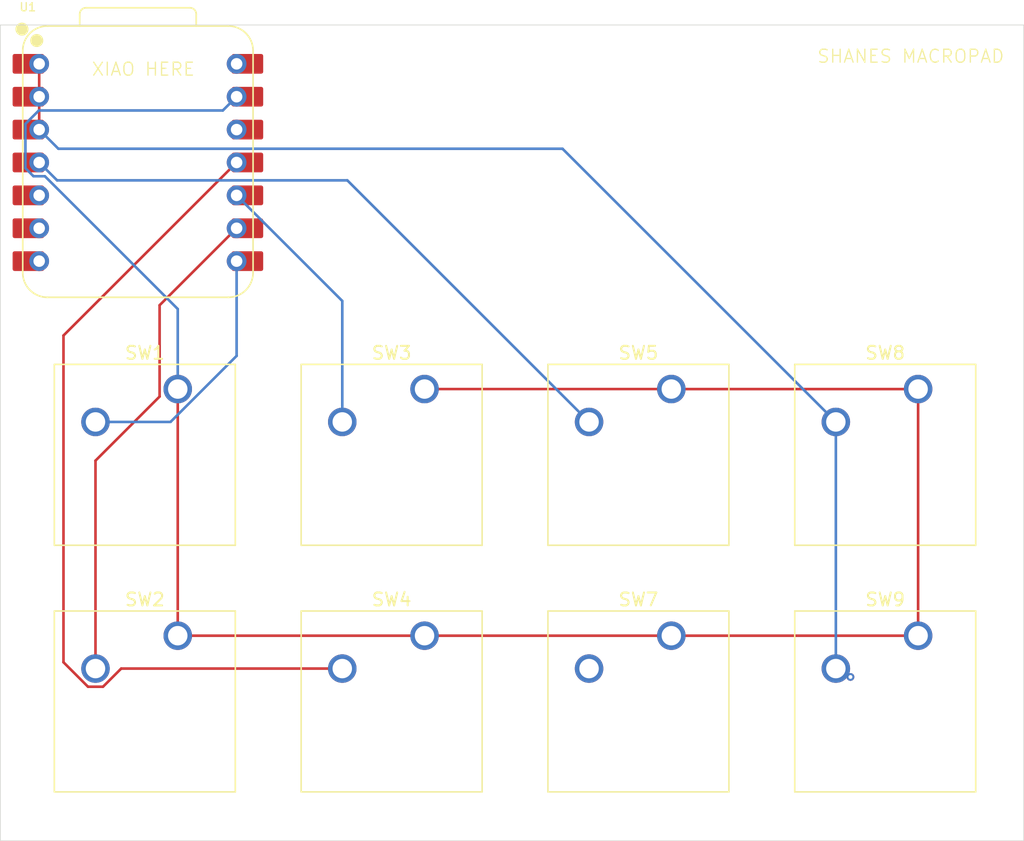
<source format=kicad_pcb>
(kicad_pcb (version 20241229) (generator "pcbnew") (generator_version "9.0")
  (layers (0 "F.Cu" signal) (2 "B.Cu" signal) (13 "F.Paste" user) (15 "B.Paste" user) (5 "F.SilkS" user "F.Silkscreen") (7 "B.SilkS" user "B.Silkscreen") (1 "F.Mask" user) (3 "B.Mask" user) (25 "Edge.Cuts" user))
  (net 0 "")
  (net 1 "GND")
  (net 2 "Net-(U1-GPIO1{slash}RX)")
  (net 3 "Net-(U1-GPIO2{slash}SCK)")
  (net 4 "Net-(U1-GPIO4{slash}MISO)")
  (net 5 "Net-(U1-GPIO3{slash}MOSI)")
  (net 6 "Net-(U1-GPIO29{slash}ADC3{slash}A3)")
  (net 8 "Net-(U1-GPIO26{slash}ADC0{slash}A0)")
  (net 10 "+5V")
  (footprint "Button_Switch_Keyboard:SW_Cherry_MX_1.00u_PCB" (layer "F.Cu") (at 166.84625 90.17)
    (property "Reference" "SW9" (at -2.54 -2.794 0) (layer "F.SilkS"))
    (property "Value" "SW_Push")
    (fp_line (start -9.525 -1.905) (end 4.445 -1.905) (stroke (width 0.12)) (layer "F.SilkS"))
    (fp_line (start -9.525 12.065) (end -9.525 -1.905) (stroke (width 0.12)) (layer "F.SilkS"))
    (fp_line (start 4.445 -1.905) (end 4.445 12.065) (stroke (width 0.12)) (layer "F.SilkS"))
    (fp_line (start 4.445 12.065) (end -9.525 12.065) (stroke (width 0.12)) (layer "F.SilkS"))
    (pad "" np_thru_hole circle (at -7.62 5.08) (size 1.7 1.7) (drill 1.7) (layers "*.Cu" "*.Mask"))
    (pad "" np_thru_hole circle (at -2.54 5.08) (size 4 4) (drill 4) (layers "*.Cu" "*.Mask"))
    (pad "" np_thru_hole circle (at 2.54 5.08) (size 1.7 1.7) (drill 1.7) (layers "*.Cu" "*.Mask"))
    (pad "1" thru_hole circle (at 0 0) (size 2.2 2.2) (drill 1.5) (layers "*.Cu" "*.Mask") (net 1 "GND"))
    (pad "2" thru_hole circle (at -6.35 2.54) (size 2.2 2.2) (drill 1.5) (layers "*.Cu" "*.Mask") (net 8 "Net-(U1-GPIO26{slash}ADC0{slash}A0)"))
  )
  (footprint "Button_Switch_Keyboard:SW_Cherry_MX_1.00u_PCB" (layer "F.Cu") (at 166.84625 71.12)
    (property "Reference" "SW8" (at -2.54 -2.794 0) (layer "F.SilkS"))
    (property "Value" "SW_Push")
    (fp_line (start -9.525 -1.905) (end 4.445 -1.905) (stroke (width 0.12)) (layer "F.SilkS"))
    (fp_line (start -9.525 12.065) (end -9.525 -1.905) (stroke (width 0.12)) (layer "F.SilkS"))
    (fp_line (start 4.445 -1.905) (end 4.445 12.065) (stroke (width 0.12)) (layer "F.SilkS"))
    (fp_line (start 4.445 12.065) (end -9.525 12.065) (stroke (width 0.12)) (layer "F.SilkS"))
    (pad "" np_thru_hole circle (at -7.62 5.08) (size 1.7 1.7) (drill 1.7) (layers "*.Cu" "*.Mask"))
    (pad "" np_thru_hole circle (at -2.54 5.08) (size 4 4) (drill 4) (layers "*.Cu" "*.Mask"))
    (pad "" np_thru_hole circle (at 2.54 5.08) (size 1.7 1.7) (drill 1.7) (layers "*.Cu" "*.Mask"))
    (pad "1" thru_hole circle (at 0 0) (size 2.2 2.2) (drill 1.5) (layers "*.Cu" "*.Mask") (net 1 "GND"))
    (pad "2" thru_hole circle (at -6.35 2.54) (size 2.2 2.2) (drill 1.5) (layers "*.Cu" "*.Mask") (net 8 "Net-(U1-GPIO26{slash}ADC0{slash}A0)"))
  )
  (footprint "Button_Switch_Keyboard:SW_Cherry_MX_1.00u_PCB" (layer "F.Cu") (at 109.69625 71.12)
    (property "Reference" "SW1" (at -2.54 -2.794 0) (layer "F.SilkS"))
    (property "Value" "SW_Push")
    (fp_line (start -9.525 -1.905) (end 4.445 -1.905) (stroke (width 0.12)) (layer "F.SilkS"))
    (fp_line (start -9.525 12.065) (end -9.525 -1.905) (stroke (width 0.12)) (layer "F.SilkS"))
    (fp_line (start 4.445 -1.905) (end 4.445 12.065) (stroke (width 0.12)) (layer "F.SilkS"))
    (fp_line (start 4.445 12.065) (end -9.525 12.065) (stroke (width 0.12)) (layer "F.SilkS"))
    (pad "" np_thru_hole circle (at -7.62 5.08) (size 1.7 1.7) (drill 1.7) (layers "*.Cu" "*.Mask"))
    (pad "" np_thru_hole circle (at -2.54 5.08) (size 4 4) (drill 4) (layers "*.Cu" "*.Mask"))
    (pad "" np_thru_hole circle (at 2.54 5.08) (size 1.7 1.7) (drill 1.7) (layers "*.Cu" "*.Mask"))
    (pad "1" thru_hole circle (at 0 0) (size 2.2 2.2) (drill 1.5) (layers "*.Cu" "*.Mask") (net 1 "GND"))
    (pad "2" thru_hole circle (at -6.35 2.54) (size 2.2 2.2) (drill 1.5) (layers "*.Cu" "*.Mask") (net 2 "Net-(U1-GPIO1{slash}RX)"))
  )
  (footprint "Button_Switch_Keyboard:SW_Cherry_MX_1.00u_PCB" (layer "F.Cu") (at 128.74625 71.12)
    (property "Reference" "SW3" (at -2.54 -2.794 0) (layer "F.SilkS"))
    (property "Value" "SW_Push")
    (fp_line (start -9.525 -1.905) (end 4.445 -1.905) (stroke (width 0.12)) (layer "F.SilkS"))
    (fp_line (start -9.525 12.065) (end -9.525 -1.905) (stroke (width 0.12)) (layer "F.SilkS"))
    (fp_line (start 4.445 -1.905) (end 4.445 12.065) (stroke (width 0.12)) (layer "F.SilkS"))
    (fp_line (start 4.445 12.065) (end -9.525 12.065) (stroke (width 0.12)) (layer "F.SilkS"))
    (pad "" np_thru_hole circle (at -7.62 5.08) (size 1.7 1.7) (drill 1.7) (layers "*.Cu" "*.Mask"))
    (pad "" np_thru_hole circle (at -2.54 5.08) (size 4 4) (drill 4) (layers "*.Cu" "*.Mask"))
    (pad "" np_thru_hole circle (at 2.54 5.08) (size 1.7 1.7) (drill 1.7) (layers "*.Cu" "*.Mask"))
    (pad "1" thru_hole circle (at 0 0) (size 2.2 2.2) (drill 1.5) (layers "*.Cu" "*.Mask") (net 1 "GND"))
    (pad "2" thru_hole circle (at -6.35 2.54) (size 2.2 2.2) (drill 1.5) (layers "*.Cu" "*.Mask") (net 4 "Net-(U1-GPIO4{slash}MISO)"))
  )
  (footprint "Button_Switch_Keyboard:SW_Cherry_MX_1.00u_PCB" (layer "F.Cu") (at 147.79625 71.12)
    (property "Reference" "SW5" (at -2.54 -2.794 0) (layer "F.SilkS"))
    (property "Value" "SW_Push")
    (fp_line (start -9.525 -1.905) (end 4.445 -1.905) (stroke (width 0.12)) (layer "F.SilkS"))
    (fp_line (start -9.525 12.065) (end -9.525 -1.905) (stroke (width 0.12)) (layer "F.SilkS"))
    (fp_line (start 4.445 -1.905) (end 4.445 12.065) (stroke (width 0.12)) (layer "F.SilkS"))
    (fp_line (start 4.445 12.065) (end -9.525 12.065) (stroke (width 0.12)) (layer "F.SilkS"))
    (pad "" np_thru_hole circle (at -7.62 5.08) (size 1.7 1.7) (drill 1.7) (layers "*.Cu" "*.Mask"))
    (pad "" np_thru_hole circle (at -2.54 5.08) (size 4 4) (drill 4) (layers "*.Cu" "*.Mask"))
    (pad "" np_thru_hole circle (at 2.54 5.08) (size 1.7 1.7) (drill 1.7) (layers "*.Cu" "*.Mask"))
    (pad "1" thru_hole circle (at 0 0) (size 2.2 2.2) (drill 1.5) (layers "*.Cu" "*.Mask") (net 1 "GND"))
    (pad "2" thru_hole circle (at -6.35 2.54) (size 2.2 2.2) (drill 1.5) (layers "*.Cu" "*.Mask") (net 6 "Net-(U1-GPIO29{slash}ADC3{slash}A3)"))
  )
  (footprint "Button_Switch_Keyboard:SW_Cherry_MX_1.00u_PCB" (layer "F.Cu") (at 109.69625 90.17)
    (property "Reference" "SW2" (at -2.54 -2.794 0) (layer "F.SilkS"))
    (property "Value" "SW_Push")
    (fp_line (start -9.525 -1.905) (end 4.445 -1.905) (stroke (width 0.12)) (layer "F.SilkS"))
    (fp_line (start -9.525 12.065) (end -9.525 -1.905) (stroke (width 0.12)) (layer "F.SilkS"))
    (fp_line (start 4.445 -1.905) (end 4.445 12.065) (stroke (width 0.12)) (layer "F.SilkS"))
    (fp_line (start 4.445 12.065) (end -9.525 12.065) (stroke (width 0.12)) (layer "F.SilkS"))
    (pad "" np_thru_hole circle (at -7.62 5.08) (size 1.7 1.7) (drill 1.7) (layers "*.Cu" "*.Mask"))
    (pad "" np_thru_hole circle (at -2.54 5.08) (size 4 4) (drill 4) (layers "*.Cu" "*.Mask"))
    (pad "" np_thru_hole circle (at 2.54 5.08) (size 1.7 1.7) (drill 1.7) (layers "*.Cu" "*.Mask"))
    (pad "1" thru_hole circle (at 0 0) (size 2.2 2.2) (drill 1.5) (layers "*.Cu" "*.Mask") (net 1 "GND"))
    (pad "2" thru_hole circle (at -6.35 2.54) (size 2.2 2.2) (drill 1.5) (layers "*.Cu" "*.Mask") (net 3 "Net-(U1-GPIO2{slash}SCK)"))
  )
  (footprint "Button_Switch_Keyboard:SW_Cherry_MX_1.00u_PCB" (layer "F.Cu") (at 128.74625 90.17)
    (property "Reference" "SW4" (at -2.54 -2.794 0) (layer "F.SilkS"))
    (property "Value" "SW_Push")
    (fp_line (start -9.525 -1.905) (end 4.445 -1.905) (stroke (width 0.12)) (layer "F.SilkS"))
    (fp_line (start -9.525 12.065) (end -9.525 -1.905) (stroke (width 0.12)) (layer "F.SilkS"))
    (fp_line (start 4.445 -1.905) (end 4.445 12.065) (stroke (width 0.12)) (layer "F.SilkS"))
    (fp_line (start 4.445 12.065) (end -9.525 12.065) (stroke (width 0.12)) (layer "F.SilkS"))
    (pad "" np_thru_hole circle (at -7.62 5.08) (size 1.7 1.7) (drill 1.7) (layers "*.Cu" "*.Mask"))
    (pad "" np_thru_hole circle (at -2.54 5.08) (size 4 4) (drill 4) (layers "*.Cu" "*.Mask"))
    (pad "" np_thru_hole circle (at 2.54 5.08) (size 1.7 1.7) (drill 1.7) (layers "*.Cu" "*.Mask"))
    (pad "1" thru_hole circle (at 0 0) (size 2.2 2.2) (drill 1.5) (layers "*.Cu" "*.Mask") (net 1 "GND"))
    (pad "2" thru_hole circle (at -6.35 2.54) (size 2.2 2.2) (drill 1.5) (layers "*.Cu" "*.Mask") (net 5 "Net-(U1-GPIO3{slash}MOSI)"))
  )
  (footprint "Button_Switch_Keyboard:SW_Cherry_MX_1.00u_PCB" (layer "F.Cu") (at 147.79625 90.17)
    (property "Reference" "SW7" (at -2.54 -2.794 0) (layer "F.SilkS"))
    (property "Value" "SW_Push")
    (fp_line (start -9.525 -1.905) (end 4.445 -1.905) (stroke (width 0.12)) (layer "F.SilkS"))
    (fp_line (start -9.525 12.065) (end -9.525 -1.905) (stroke (width 0.12)) (layer "F.SilkS"))
    (fp_line (start 4.445 -1.905) (end 4.445 12.065) (stroke (width 0.12)) (layer "F.SilkS"))
    (fp_line (start 4.445 12.065) (end -9.525 12.065) (stroke (width 0.12)) (layer "F.SilkS"))
    (pad "" np_thru_hole circle (at -7.62 5.08) (size 1.7 1.7) (drill 1.7) (layers "*.Cu" "*.Mask"))
    (pad "" np_thru_hole circle (at -2.54 5.08) (size 4 4) (drill 4) (layers "*.Cu" "*.Mask"))
    (pad "" np_thru_hole circle (at 2.54 5.08) (size 1.7 1.7) (drill 1.7) (layers "*.Cu" "*.Mask"))
    (pad "1" thru_hole circle (at 0 0) (size 2.2 2.2) (drill 1.5) (layers "*.Cu" "*.Mask") (net 1 "GND"))
    (pad "2" thru_hole circle (at -6.35 2.54) (size 2.2 2.2) (drill 1.5) (layers "*.Cu" "*.Mask"))
  )
  (footprint "Macro Library 2:XIAO-RP2040-DIP" (layer "F.Cu") (at 106.62 53.62)
    (property "Reference" "U1" (at -8.5 -12 0) (layer "F.SilkS") (effects (font (size 0.635 0.635) (thickness 0.1016))))
    (property "Value" "XIAO-RP2040-DIP")
    (fp_line (start -8.89 8.509) (end -8.89 -8.636) (stroke (width 0.127)) (layer "F.SilkS"))
    (fp_line (start -6.985 10.414) (end 6.985 10.414) (stroke (width 0.127)) (layer "F.SilkS"))
    (fp_line (start -4.495 -10.541) (end -4.491272 -11.451272) (stroke (width 0.127)) (layer "F.SilkS"))
    (fp_line (start -3.991272 -11.951) (end 4.004 -11.951) (stroke (width 0.127)) (layer "F.SilkS"))
    (fp_line (start 4.504 -11.451) (end 4.504 -10.541) (stroke (width 0.127)) (layer "F.SilkS"))
    (fp_line (start 6.985 -10.541) (end -6.985 -10.541) (stroke (width 0.1)) (layer "F.SilkS"))
    (fp_line (start 6.985 -10.541) (end -6.985 -10.541) (stroke (width 0.127)) (layer "F.SilkS"))
    (fp_line (start 8.89 8.509) (end 8.89 -8.636) (stroke (width 0.127)) (layer "F.SilkS"))
    (fp_arc (start -8.89 -8.636) (mid -8.332038 -9.983038) (end -6.985 -10.541) (stroke (width 0.127)) (layer "F.SilkS"))
    (fp_arc (start -6.985 10.414) (mid -8.332038 9.856038) (end -8.89 8.509) (stroke (width 0.127)) (layer "F.SilkS"))
    (fp_arc (start -4.491272 -11.451272) (mid -4.344728 -11.80464) (end -3.991272 -11.951) (stroke (width 0.127)) (layer "F.SilkS"))
    (fp_arc (start 4.004 -11.951) (mid 4.357553 -11.804553) (end 4.504 -11.451) (stroke (width 0.127)) (layer "F.SilkS"))
    (fp_arc (start 6.985 -10.541) (mid 8.332038 -9.983038) (end 8.89 -8.636) (stroke (width 0.127)) (layer "F.SilkS"))
    (fp_arc (start 8.89 8.509) (mid 8.332038 9.856038) (end 6.985 10.414) (stroke (width 0.127)) (layer "F.SilkS"))
    (fp_circle (center -8.95 -10.3) (end -8.95 -10.554) (stroke (width 0.5)) (fill yes) (layer "F.SilkS"))
    (fp_circle (center -7.807 -9.42) (end -7.807 -9.674) (stroke (width 0.5)) (fill yes) (layer "F.SilkS"))
    (pad "1" smd roundrect (at -8.455 -7.62 180) (size 2.432 1.524) (layers "F.Cu" "F.Mask") (roundrect_rratio 0.1) (net 8 "Net-(U1-GPIO26{slash}ADC0{slash}A0)"))
    (pad "1" thru_hole circle (at -7.62 -7.62 180) (size 1.524 1.524) (drill 0.889) (layers "*.Cu" "*.Mask") (net 8 "Net-(U1-GPIO26{slash}ADC0{slash}A0)"))
    (pad "2" smd roundrect (at -8.455 -5.08 180) (size 2.432 1.524) (layers "F.Cu" "F.Mask") (roundrect_rratio 0.1) (net 8 "Net-(U1-GPIO26{slash}ADC0{slash}A0)"))
    (pad "2" thru_hole circle (at -7.62 -5.08 180) (size 1.524 1.524) (drill 0.889) (layers "*.Cu" "*.Mask") (net 8 "Net-(U1-GPIO26{slash}ADC0{slash}A0)"))
    (pad "3" smd roundrect (at -8.455 -2.54 180) (size 2.432 1.524) (layers "F.Cu" "F.Mask") (roundrect_rratio 0.1) (net 8 "Net-(U1-GPIO26{slash}ADC0{slash}A0)"))
    (pad "3" thru_hole circle (at -7.62 -2.54 180) (size 1.524 1.524) (drill 0.889) (layers "*.Cu" "*.Mask") (net 8 "Net-(U1-GPIO26{slash}ADC0{slash}A0)"))
    (pad "4" smd roundrect (at -8.455 0 180) (size 2.432 1.524) (layers "F.Cu" "F.Mask") (roundrect_rratio 0.1) (net 6 "Net-(U1-GPIO29{slash}ADC3{slash}A3)"))
    (pad "4" thru_hole circle (at -7.62 0 180) (size 1.524 1.524) (drill 0.889) (layers "*.Cu" "*.Mask") (net 6 "Net-(U1-GPIO29{slash}ADC3{slash}A3)"))
    (pad "5" smd roundrect (at -8.455 2.54 180) (size 2.432 1.524) (layers "F.Cu" "F.Mask") (roundrect_rratio 0.1))
    (pad "5" thru_hole circle (at -7.62 2.54 180) (size 1.524 1.524) (drill 0.889) (layers "*.Cu" "*.Mask"))
    (pad "6" smd roundrect (at -8.455 5.08 180) (size 2.432 1.524) (layers "F.Cu" "F.Mask") (roundrect_rratio 0.1))
    (pad "6" thru_hole circle (at -7.62 5.08 180) (size 1.524 1.524) (drill 0.889) (layers "*.Cu" "*.Mask"))
    (pad "7" smd roundrect (at -8.455 7.62 180) (size 2.432 1.524) (layers "F.Cu" "F.Mask") (roundrect_rratio 0.1))
    (pad "7" thru_hole circle (at -7.62 7.62 180) (size 1.524 1.524) (drill 0.889) (layers "*.Cu" "*.Mask"))
    (pad "8" thru_hole circle (at 7.62 7.62) (size 1.524 1.524) (drill 0.889) (layers "*.Cu" "*.Mask") (net 2 "Net-(U1-GPIO1{slash}RX)"))
    (pad "8" smd roundrect (at 8.455 7.62) (size 2.432 1.524) (layers "F.Cu" "F.Mask") (roundrect_rratio 0.1) (net 2 "Net-(U1-GPIO1{slash}RX)"))
    (pad "9" thru_hole circle (at 7.62 5.08) (size 1.524 1.524) (drill 0.889) (layers "*.Cu" "*.Mask") (net 3 "Net-(U1-GPIO2{slash}SCK)"))
    (pad "9" smd roundrect (at 8.455 5.08) (size 2.432 1.524) (layers "F.Cu" "F.Mask") (roundrect_rratio 0.1) (net 3 "Net-(U1-GPIO2{slash}SCK)"))
    (pad "10" thru_hole circle (at 7.62 2.54) (size 1.524 1.524) (drill 0.889) (layers "*.Cu" "*.Mask") (net 4 "Net-(U1-GPIO4{slash}MISO)"))
    (pad "10" smd roundrect (at 8.455 2.54) (size 2.432 1.524) (layers "F.Cu" "F.Mask") (roundrect_rratio 0.1) (net 4 "Net-(U1-GPIO4{slash}MISO)"))
    (pad "11" thru_hole circle (at 7.62 0) (size 1.524 1.524) (drill 0.889) (layers "*.Cu" "*.Mask") (net 5 "Net-(U1-GPIO3{slash}MOSI)"))
    (pad "11" smd roundrect (at 8.455 0) (size 2.432 1.524) (layers "F.Cu" "F.Mask") (roundrect_rratio 0.1) (net 5 "Net-(U1-GPIO3{slash}MOSI)"))
    (pad "12" thru_hole circle (at 7.62 -2.54) (size 1.524 1.524) (drill 0.889) (layers "*.Cu" "*.Mask"))
    (pad "12" smd roundrect (at 8.455 -2.54) (size 2.432 1.524) (layers "F.Cu" "F.Mask") (roundrect_rratio 0.1))
    (pad "13" thru_hole circle (at 7.62 -5.08) (size 1.524 1.524) (drill 0.889) (layers "*.Cu" "*.Mask") (net 1 "GND"))
    (pad "13" smd roundrect (at 8.455 -5.08) (size 2.432 1.524) (layers "F.Cu" "F.Mask") (roundrect_rratio 0.1) (net 1 "GND"))
    (pad "14" thru_hole circle (at 7.62 -7.62) (size 1.524 1.524) (drill 0.889) (layers "*.Cu" "*.Mask") (net 10 "+5V"))
    (pad "14" smd roundrect (at 8.455 -7.62) (size 2.432 1.524) (layers "F.Cu" "F.Mask") (roundrect_rratio 0.1) (net 10 "+5V"))
  )
  (gr_rect (start 96 43) (end 175 106) (stroke (width 0.05)) (fill no) (layer "Edge.Cuts"))
  (gr_text "XIAO HERE\n" (at 103 47 0) (layer "F.SilkS") (effects (font (size 1 1) (thickness 0.1)) (justify left bottom)))
  (gr_text "SHANES MACROPAD\n" (at 159 46 0) (layer "F.SilkS") (effects (font (size 1 1) (thickness 0.1)) (justify left bottom)))
  (segment (start 109.69625 71.12) (end 109.69625 90.17) (width 0.2) (layer "F.Cu") (net 1))
  (segment (start 166.84625 71.12) (end 147.79625 71.12) (width 0.2) (layer "F.Cu") (net 1))
  (segment (start 166.84625 71.12) (end 128.74625 71.12) (width 0.2) (layer "F.Cu") (net 1))
  (segment (start 128.74625 90.17) (end 147.79625 90.17) (width 0.2) (layer "F.Cu") (net 1))
  (segment (start 166.84625 90.17) (end 166.84625 71.12) (width 0.2) (layer "F.Cu") (net 1))
  (segment (start 109.69625 90.17) (end 128.74625 90.17) (width 0.2) (layer "F.Cu") (net 1))
  (segment (start 147.79625 90.17) (end 166.84625 90.17) (width 0.2) (layer "F.Cu") (net 1))
  (segment (start 99.44031 54.683) (end 98.55969 54.683) (width 0.2) (layer "B.Cu") (net 1))
  (segment (start 98.97369 49.603) (end 113.177 49.603) (width 0.2) (layer "B.Cu") (net 1))
  (segment (start 98.55969 54.683) (end 97.937 54.06031) (width 0.2) (layer "B.Cu") (net 1))
  (segment (start 113.177 49.603) (end 114.24 48.54) (width 0.2) (layer "B.Cu") (net 1))
  (segment (start 109.69625 64.93894) (end 99.44031 54.683) (width 0.2) (layer "B.Cu") (net 1))
  (segment (start 109.69625 71.12) (end 109.69625 64.93894) (width 0.2) (layer "B.Cu") (net 1))
  (segment (start 97.937 54.06031) (end 97.937 50.63969) (width 0.2) (layer "B.Cu") (net 1))
  (segment (start 97.937 50.63969) (end 98.97369 49.603) (width 0.2) (layer "B.Cu") (net 1))
  (segment (start 109.137564 73.66) (end 114.24 68.557564) (width 0.2) (layer "B.Cu") (net 2))
  (segment (start 114.24 68.557564) (end 114.24 61.24) (width 0.2) (layer "B.Cu") (net 2))
  (segment (start 103.34625 73.66) (end 109.137564 73.66) (width 0.2) (layer "B.Cu") (net 2))
  (segment (start 103.34625 76.649314) (end 108.29525 71.700314) (width 0.2) (layer "F.Cu") (net 3))
  (segment (start 108.29525 64.64475) (end 114.24 58.7) (width 0.2) (layer "F.Cu") (net 3))
  (segment (start 103.34625 92.71) (end 103.34625 76.649314) (width 0.2) (layer "F.Cu") (net 3))
  (segment (start 108.29525 71.700314) (end 108.29525 64.64475) (width 0.2) (layer "F.Cu") (net 3))
  (segment (start 122.39625 64.31625) (end 114.24 56.16) (width 0.2) (layer "B.Cu") (net 4))
  (segment (start 122.39625 73.66) (end 122.39625 64.31625) (width 0.2) (layer "B.Cu") (net 4))
  (segment (start 103.926564 94.111) (end 102.765936 94.111) (width 0.2) (layer "F.Cu") (net 5))
  (segment (start 105.327564 92.71) (end 103.926564 94.111) (width 0.2) (layer "F.Cu") (net 5))
  (segment (start 122.39625 92.71) (end 105.327564 92.71) (width 0.2) (layer "F.Cu") (net 5))
  (segment (start 100.87525 66.98475) (end 114.24 53.62) (width 0.2) (layer "F.Cu") (net 5))
  (segment (start 100.87525 92.220314) (end 100.87525 66.98475) (width 0.2) (layer "F.Cu") (net 5))
  (segment (start 102.765936 94.111) (end 100.87525 92.220314) (width 0.2) (layer "F.Cu") (net 5))
  (segment (start 100.38 55) (end 99 53.62) (width 0.2) (layer "B.Cu") (net 6))
  (segment (start 122.78625 55) (end 100.38 55) (width 0.2) (layer "B.Cu") (net 6))
  (segment (start 141.44625 73.66) (end 122.78625 55) (width 0.2) (layer "B.Cu") (net 6))
  (segment (start 99 48.54) (end 99 51.08) (width 0.2) (layer "F.Cu") (net 8))
  (segment (start 99 46) (end 99 48.54) (width 0.2) (layer "F.Cu") (net 8))
  (segment (start 98.165 46) (end 99 46) (width 0.2) (layer "F.Cu") (net 8))
  (via (at 161.622896 93.35859) (size 0.6) (drill 0.3) (layers "F.Cu" "B.Cu") (net 8))
  (segment (start 160.974306 92.71) (end 161.622896 93.35859) (width 0.2) (layer "B.Cu") (net 8))
  (segment (start 160.49625 92.71) (end 160.49625 73.66) (width 0.2) (layer "B.Cu") (net 8))
  (segment (start 139.394595 52.558345) (end 100.478345 52.558345) (width 0.2) (layer "B.Cu") (net 8))
  (segment (start 160.49625 73.66) (end 139.394595 52.558345) (width 0.2) (layer "B.Cu") (net 8))
  (segment (start 160.49625 92.71) (end 160.974306 92.71) (width 0.2) (layer "B.Cu") (net 8))
  (segment (start 100.478345 52.558345) (end 99 51.08) (width 0.2) (layer "B.Cu") (net 8))
)
</source>
